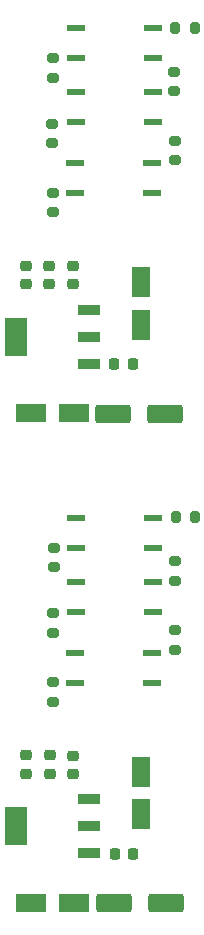
<source format=gbp>
%TF.GenerationSoftware,KiCad,Pcbnew,7.0.7*%
%TF.CreationDate,2024-09-01T12:40:49+02:00*%
%TF.ProjectId,main,6d61696e-2e6b-4696-9361-645f70636258,rev?*%
%TF.SameCoordinates,Original*%
%TF.FileFunction,Paste,Bot*%
%TF.FilePolarity,Positive*%
%FSLAX46Y46*%
G04 Gerber Fmt 4.6, Leading zero omitted, Abs format (unit mm)*
G04 Created by KiCad (PCBNEW 7.0.7) date 2024-09-01 12:40:49*
%MOMM*%
%LPD*%
G01*
G04 APERTURE LIST*
G04 Aperture macros list*
%AMRoundRect*
0 Rectangle with rounded corners*
0 $1 Rounding radius*
0 $2 $3 $4 $5 $6 $7 $8 $9 X,Y pos of 4 corners*
0 Add a 4 corners polygon primitive as box body*
4,1,4,$2,$3,$4,$5,$6,$7,$8,$9,$2,$3,0*
0 Add four circle primitives for the rounded corners*
1,1,$1+$1,$2,$3*
1,1,$1+$1,$4,$5*
1,1,$1+$1,$6,$7*
1,1,$1+$1,$8,$9*
0 Add four rect primitives between the rounded corners*
20,1,$1+$1,$2,$3,$4,$5,0*
20,1,$1+$1,$4,$5,$6,$7,0*
20,1,$1+$1,$6,$7,$8,$9,0*
20,1,$1+$1,$8,$9,$2,$3,0*%
G04 Aperture macros list end*
%ADD10RoundRect,0.137500X-0.662500X-0.137500X0.662500X-0.137500X0.662500X0.137500X-0.662500X0.137500X0*%
%ADD11RoundRect,0.200000X0.275000X-0.200000X0.275000X0.200000X-0.275000X0.200000X-0.275000X-0.200000X0*%
%ADD12RoundRect,0.250000X-1.250000X-0.550000X1.250000X-0.550000X1.250000X0.550000X-1.250000X0.550000X0*%
%ADD13RoundRect,0.225000X-0.225000X-0.250000X0.225000X-0.250000X0.225000X0.250000X-0.225000X0.250000X0*%
%ADD14RoundRect,0.200000X0.200000X0.275000X-0.200000X0.275000X-0.200000X-0.275000X0.200000X-0.275000X0*%
%ADD15RoundRect,0.225000X0.250000X-0.225000X0.250000X0.225000X-0.250000X0.225000X-0.250000X-0.225000X0*%
%ADD16RoundRect,0.250000X0.550000X-1.050000X0.550000X1.050000X-0.550000X1.050000X-0.550000X-1.050000X0*%
%ADD17RoundRect,0.200000X-0.275000X0.200000X-0.275000X-0.200000X0.275000X-0.200000X0.275000X0.200000X0*%
%ADD18R,1.850000X0.900000*%
%ADD19R,1.850000X3.200000*%
%ADD20RoundRect,0.250000X1.050000X0.550000X-1.050000X0.550000X-1.050000X-0.550000X1.050000X-0.550000X0*%
G04 APERTURE END LIST*
D10*
%TO.C,U2*%
X129030500Y-112890000D03*
X129030500Y-110350000D03*
X135530500Y-110350000D03*
X135530500Y-112890000D03*
%TD*%
D11*
%TO.C,R16*%
X127105500Y-114545000D03*
X127105500Y-112895000D03*
%TD*%
D12*
%TO.C,C12*%
X132177500Y-142990000D03*
X136577500Y-142990000D03*
%TD*%
D13*
%TO.C,C17*%
X132280500Y-138815000D03*
X133830500Y-138815000D03*
%TD*%
D14*
%TO.C,R19*%
X139077500Y-110295000D03*
X137427500Y-110295000D03*
%TD*%
D15*
%TO.C,C23*%
X128780500Y-132040000D03*
X128780500Y-130490000D03*
%TD*%
D11*
%TO.C,R17*%
X127055500Y-125920000D03*
X127055500Y-124270000D03*
%TD*%
D16*
%TO.C,C22*%
X134530500Y-135440000D03*
X134530500Y-131840000D03*
%TD*%
D10*
%TO.C,U4*%
X129030500Y-118315000D03*
X129030500Y-115775000D03*
X135530500Y-115775000D03*
X135530500Y-118315000D03*
%TD*%
D15*
%TO.C,C11*%
X126780500Y-132015000D03*
X126780500Y-130465000D03*
%TD*%
D10*
%TO.C,U3*%
X128955500Y-124315000D03*
X128955500Y-121775000D03*
X135455500Y-121775000D03*
X135455500Y-124315000D03*
%TD*%
D17*
%TO.C,R31*%
X137355500Y-114020000D03*
X137355500Y-115670000D03*
%TD*%
D15*
%TO.C,C13*%
X124780500Y-132015000D03*
X124780500Y-130465000D03*
%TD*%
D18*
%TO.C,IC1*%
X130130500Y-134165000D03*
X130130500Y-136465000D03*
X130130500Y-138765000D03*
D19*
X123930500Y-136465000D03*
%TD*%
D17*
%TO.C,R18*%
X137380500Y-119870000D03*
X137380500Y-121520000D03*
%TD*%
D20*
%TO.C,C14*%
X128827500Y-142945000D03*
X125227500Y-142945000D03*
%TD*%
D11*
%TO.C,R20*%
X127030500Y-120095000D03*
X127030500Y-118445000D03*
%TD*%
D18*
%TO.C,IC1*%
X130103000Y-92720000D03*
X130103000Y-95020000D03*
X130103000Y-97320000D03*
D19*
X123903000Y-95020000D03*
%TD*%
D15*
%TO.C,C11*%
X126753000Y-90570000D03*
X126753000Y-89020000D03*
%TD*%
%TO.C,C13*%
X124753000Y-90570000D03*
X124753000Y-89020000D03*
%TD*%
D10*
%TO.C,U4*%
X129003000Y-76870000D03*
X129003000Y-74330000D03*
X135503000Y-74330000D03*
X135503000Y-76870000D03*
%TD*%
D16*
%TO.C,C22*%
X134503000Y-93995000D03*
X134503000Y-90395000D03*
%TD*%
D17*
%TO.C,R31*%
X137328000Y-72575000D03*
X137328000Y-74225000D03*
%TD*%
D11*
%TO.C,R17*%
X127028000Y-84475000D03*
X127028000Y-82825000D03*
%TD*%
D10*
%TO.C,U3*%
X128928000Y-82870000D03*
X128928000Y-80330000D03*
X135428000Y-80330000D03*
X135428000Y-82870000D03*
%TD*%
D15*
%TO.C,C23*%
X128753000Y-90595000D03*
X128753000Y-89045000D03*
%TD*%
D14*
%TO.C,R19*%
X139050000Y-68850000D03*
X137400000Y-68850000D03*
%TD*%
D13*
%TO.C,C17*%
X132253000Y-97370000D03*
X133803000Y-97370000D03*
%TD*%
D12*
%TO.C,C12*%
X132150000Y-101545000D03*
X136550000Y-101545000D03*
%TD*%
D11*
%TO.C,R16*%
X127078000Y-73100000D03*
X127078000Y-71450000D03*
%TD*%
D10*
%TO.C,U2*%
X129003000Y-71445000D03*
X129003000Y-68905000D03*
X135503000Y-68905000D03*
X135503000Y-71445000D03*
%TD*%
D20*
%TO.C,C14*%
X128800000Y-101500000D03*
X125200000Y-101500000D03*
%TD*%
D17*
%TO.C,R18*%
X137353000Y-78425000D03*
X137353000Y-80075000D03*
%TD*%
D11*
%TO.C,R20*%
X127003000Y-78650000D03*
X127003000Y-77000000D03*
%TD*%
M02*

</source>
